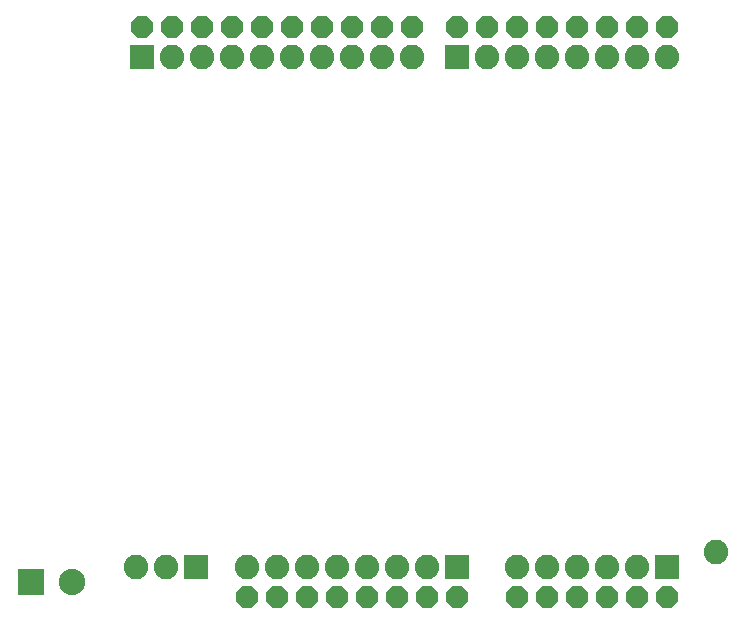
<source format=gbs>
G75*
%MOIN*%
%OFA0B0*%
%FSLAX24Y24*%
%IPPOS*%
%LPD*%
%AMOC8*
5,1,8,0,0,1.08239X$1,22.5*
%
%ADD10OC8,0.0740*%
%ADD11C,0.0880*%
%ADD12R,0.0880X0.0880*%
%ADD13R,0.0820X0.0820*%
%ADD14C,0.0820*%
D10*
X013752Y001500D03*
X014752Y001500D03*
X015752Y001500D03*
X016752Y001500D03*
X017752Y001500D03*
X018752Y001500D03*
X019752Y001500D03*
X020752Y001500D03*
X022752Y001500D03*
X023752Y001500D03*
X024752Y001500D03*
X025752Y001500D03*
X026752Y001500D03*
X027752Y001500D03*
X027752Y020500D03*
X026752Y020500D03*
X025752Y020500D03*
X024752Y020500D03*
X023752Y020500D03*
X022752Y020500D03*
X021752Y020500D03*
X020752Y020500D03*
X019252Y020500D03*
X018252Y020500D03*
X017252Y020500D03*
X016252Y020500D03*
X015252Y020500D03*
X014252Y020500D03*
X013252Y020500D03*
X012252Y020500D03*
X011252Y020500D03*
X010252Y020500D03*
D11*
X007941Y002000D03*
D12*
X006563Y002000D03*
D13*
X012052Y002500D03*
X020752Y002500D03*
X027752Y002500D03*
X020752Y019500D03*
X010252Y019500D03*
D14*
X011252Y019500D03*
X012252Y019500D03*
X013252Y019500D03*
X014252Y019500D03*
X015252Y019500D03*
X016252Y019500D03*
X017252Y019500D03*
X018252Y019500D03*
X019252Y019500D03*
X021752Y019500D03*
X022752Y019500D03*
X023752Y019500D03*
X024752Y019500D03*
X025752Y019500D03*
X026752Y019500D03*
X027752Y019500D03*
X029402Y003000D03*
X026752Y002500D03*
X025752Y002500D03*
X024752Y002500D03*
X023752Y002500D03*
X022752Y002500D03*
X019752Y002500D03*
X018752Y002500D03*
X017752Y002500D03*
X016752Y002500D03*
X015752Y002500D03*
X014752Y002500D03*
X013752Y002500D03*
X011052Y002500D03*
X010052Y002500D03*
M02*

</source>
